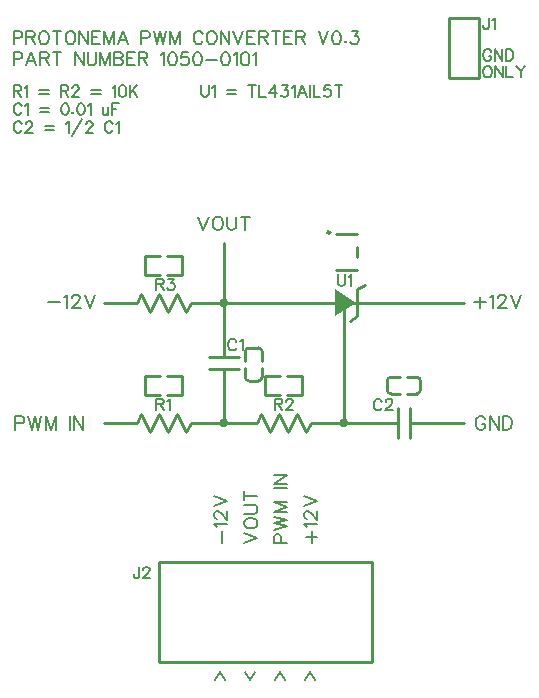
<source format=gto>
G04 Layer: TopSilkscreenLayer*
G04 EasyEDA v6.5.32, 2023-07-25 14:04:49*
G04 c9cfb0145de049638fc0d3ee16389aac,5a6b42c53f6a479593ecc07194224c93,10*
G04 Gerber Generator version 0.2*
G04 Scale: 100 percent, Rotated: No, Reflected: No *
G04 Dimensions in millimeters *
G04 leading zeros omitted , absolute positions ,4 integer and 5 decimal *
%FSLAX45Y45*%
%MOMM*%

%ADD10C,0.1524*%
%ADD11C,0.2540*%

%LPD*%
D10*
X762000Y5423915D02*
G01*
X762000Y5314950D01*
X762000Y5423915D02*
G01*
X808736Y5423915D01*
X824229Y5418836D01*
X829563Y5413502D01*
X834644Y5403087D01*
X834644Y5387594D01*
X829563Y5377179D01*
X824229Y5372100D01*
X808736Y5366765D01*
X762000Y5366765D01*
X910589Y5423915D02*
G01*
X868934Y5314950D01*
X910589Y5423915D02*
G01*
X952245Y5314950D01*
X884681Y5351271D02*
G01*
X936497Y5351271D01*
X986536Y5423915D02*
G01*
X986536Y5314950D01*
X986536Y5423915D02*
G01*
X1033271Y5423915D01*
X1048765Y5418836D01*
X1054100Y5413502D01*
X1059179Y5403087D01*
X1059179Y5392673D01*
X1054100Y5382260D01*
X1048765Y5377179D01*
X1033271Y5372100D01*
X986536Y5372100D01*
X1022857Y5372100D02*
G01*
X1059179Y5314950D01*
X1129792Y5423915D02*
G01*
X1129792Y5314950D01*
X1093470Y5423915D02*
G01*
X1166113Y5423915D01*
X1280413Y5423915D02*
G01*
X1280413Y5314950D01*
X1280413Y5423915D02*
G01*
X1353312Y5314950D01*
X1353312Y5423915D02*
G01*
X1353312Y5314950D01*
X1387602Y5423915D02*
G01*
X1387602Y5345937D01*
X1392681Y5330444D01*
X1403095Y5320029D01*
X1418589Y5314950D01*
X1429004Y5314950D01*
X1444752Y5320029D01*
X1455165Y5330444D01*
X1460245Y5345937D01*
X1460245Y5423915D01*
X1494536Y5423915D02*
G01*
X1494536Y5314950D01*
X1494536Y5423915D02*
G01*
X1536192Y5314950D01*
X1577594Y5423915D02*
G01*
X1536192Y5314950D01*
X1577594Y5423915D02*
G01*
X1577594Y5314950D01*
X1611884Y5423915D02*
G01*
X1611884Y5314950D01*
X1611884Y5423915D02*
G01*
X1658620Y5423915D01*
X1674368Y5418836D01*
X1679447Y5413502D01*
X1684781Y5403087D01*
X1684781Y5392673D01*
X1679447Y5382260D01*
X1674368Y5377179D01*
X1658620Y5372100D01*
X1611884Y5372100D02*
G01*
X1658620Y5372100D01*
X1674368Y5366765D01*
X1679447Y5361686D01*
X1684781Y5351271D01*
X1684781Y5335523D01*
X1679447Y5325110D01*
X1674368Y5320029D01*
X1658620Y5314950D01*
X1611884Y5314950D01*
X1719071Y5423915D02*
G01*
X1719071Y5314950D01*
X1719071Y5423915D02*
G01*
X1786636Y5423915D01*
X1719071Y5372100D02*
G01*
X1760473Y5372100D01*
X1719071Y5314950D02*
G01*
X1786636Y5314950D01*
X1820926Y5423915D02*
G01*
X1820926Y5314950D01*
X1820926Y5423915D02*
G01*
X1867662Y5423915D01*
X1883155Y5418836D01*
X1888489Y5413502D01*
X1893570Y5403087D01*
X1893570Y5392673D01*
X1888489Y5382260D01*
X1883155Y5377179D01*
X1867662Y5372100D01*
X1820926Y5372100D01*
X1857247Y5372100D02*
G01*
X1893570Y5314950D01*
X2007870Y5403087D02*
G01*
X2018284Y5408421D01*
X2033777Y5423915D01*
X2033777Y5314950D01*
X2099309Y5423915D02*
G01*
X2083815Y5418836D01*
X2073402Y5403087D01*
X2068068Y5377179D01*
X2068068Y5361686D01*
X2073402Y5335523D01*
X2083815Y5320029D01*
X2099309Y5314950D01*
X2109724Y5314950D01*
X2125218Y5320029D01*
X2135631Y5335523D01*
X2140965Y5361686D01*
X2140965Y5377179D01*
X2135631Y5403087D01*
X2125218Y5418836D01*
X2109724Y5423915D01*
X2099309Y5423915D01*
X2237486Y5423915D02*
G01*
X2185670Y5423915D01*
X2180336Y5377179D01*
X2185670Y5382260D01*
X2201163Y5387594D01*
X2216658Y5387594D01*
X2232406Y5382260D01*
X2242820Y5372100D01*
X2247900Y5356352D01*
X2247900Y5345937D01*
X2242820Y5330444D01*
X2232406Y5320029D01*
X2216658Y5314950D01*
X2201163Y5314950D01*
X2185670Y5320029D01*
X2180336Y5325110D01*
X2175256Y5335523D01*
X2313431Y5423915D02*
G01*
X2297684Y5418836D01*
X2287270Y5403087D01*
X2282190Y5377179D01*
X2282190Y5361686D01*
X2287270Y5335523D01*
X2297684Y5320029D01*
X2313431Y5314950D01*
X2323845Y5314950D01*
X2339340Y5320029D01*
X2349754Y5335523D01*
X2354834Y5361686D01*
X2354834Y5377179D01*
X2349754Y5403087D01*
X2339340Y5418836D01*
X2323845Y5423915D01*
X2313431Y5423915D01*
X2389124Y5361686D02*
G01*
X2482850Y5361686D01*
X2548127Y5423915D02*
G01*
X2532634Y5418836D01*
X2522220Y5403087D01*
X2517140Y5377179D01*
X2517140Y5361686D01*
X2522220Y5335523D01*
X2532634Y5320029D01*
X2548127Y5314950D01*
X2558541Y5314950D01*
X2574290Y5320029D01*
X2584450Y5335523D01*
X2589784Y5361686D01*
X2589784Y5377179D01*
X2584450Y5403087D01*
X2574290Y5418836D01*
X2558541Y5423915D01*
X2548127Y5423915D01*
X2624074Y5403087D02*
G01*
X2634488Y5408421D01*
X2649981Y5423915D01*
X2649981Y5314950D01*
X2715513Y5423915D02*
G01*
X2700020Y5418836D01*
X2689606Y5403087D01*
X2684272Y5377179D01*
X2684272Y5361686D01*
X2689606Y5335523D01*
X2700020Y5320029D01*
X2715513Y5314950D01*
X2725927Y5314950D01*
X2741422Y5320029D01*
X2751836Y5335523D01*
X2757170Y5361686D01*
X2757170Y5377179D01*
X2751836Y5403087D01*
X2741422Y5418836D01*
X2725927Y5423915D01*
X2715513Y5423915D01*
X2791459Y5403087D02*
G01*
X2801620Y5408421D01*
X2817368Y5423915D01*
X2817368Y5314950D01*
X762000Y5601715D02*
G01*
X762000Y5492750D01*
X762000Y5601715D02*
G01*
X808736Y5601715D01*
X824229Y5596636D01*
X829563Y5591302D01*
X834644Y5580887D01*
X834644Y5565394D01*
X829563Y5554979D01*
X824229Y5549900D01*
X808736Y5544565D01*
X762000Y5544565D01*
X868934Y5601715D02*
G01*
X868934Y5492750D01*
X868934Y5601715D02*
G01*
X915670Y5601715D01*
X931418Y5596636D01*
X936497Y5591302D01*
X941831Y5580887D01*
X941831Y5570473D01*
X936497Y5560060D01*
X931418Y5554979D01*
X915670Y5549900D01*
X868934Y5549900D01*
X905510Y5549900D02*
G01*
X941831Y5492750D01*
X1007110Y5601715D02*
G01*
X996950Y5596636D01*
X986536Y5586221D01*
X981202Y5575807D01*
X976121Y5560060D01*
X976121Y5534152D01*
X981202Y5518657D01*
X986536Y5508244D01*
X996950Y5497829D01*
X1007110Y5492750D01*
X1027937Y5492750D01*
X1038352Y5497829D01*
X1048765Y5508244D01*
X1054100Y5518657D01*
X1059179Y5534152D01*
X1059179Y5560060D01*
X1054100Y5575807D01*
X1048765Y5586221D01*
X1038352Y5596636D01*
X1027937Y5601715D01*
X1007110Y5601715D01*
X1129792Y5601715D02*
G01*
X1129792Y5492750D01*
X1093470Y5601715D02*
G01*
X1166113Y5601715D01*
X1231645Y5601715D02*
G01*
X1221231Y5596636D01*
X1210818Y5586221D01*
X1205737Y5575807D01*
X1200404Y5560060D01*
X1200404Y5534152D01*
X1205737Y5518657D01*
X1210818Y5508244D01*
X1221231Y5497829D01*
X1231645Y5492750D01*
X1252473Y5492750D01*
X1262887Y5497829D01*
X1273302Y5508244D01*
X1278381Y5518657D01*
X1283715Y5534152D01*
X1283715Y5560060D01*
X1278381Y5575807D01*
X1273302Y5586221D01*
X1262887Y5596636D01*
X1252473Y5601715D01*
X1231645Y5601715D01*
X1318005Y5601715D02*
G01*
X1318005Y5492750D01*
X1318005Y5601715D02*
G01*
X1390650Y5492750D01*
X1390650Y5601715D02*
G01*
X1390650Y5492750D01*
X1424939Y5601715D02*
G01*
X1424939Y5492750D01*
X1424939Y5601715D02*
G01*
X1492504Y5601715D01*
X1424939Y5549900D02*
G01*
X1466595Y5549900D01*
X1424939Y5492750D02*
G01*
X1492504Y5492750D01*
X1526794Y5601715D02*
G01*
X1526794Y5492750D01*
X1526794Y5601715D02*
G01*
X1568450Y5492750D01*
X1609852Y5601715D02*
G01*
X1568450Y5492750D01*
X1609852Y5601715D02*
G01*
X1609852Y5492750D01*
X1685797Y5601715D02*
G01*
X1644142Y5492750D01*
X1685797Y5601715D02*
G01*
X1727200Y5492750D01*
X1659889Y5529071D02*
G01*
X1711705Y5529071D01*
X1841500Y5601715D02*
G01*
X1841500Y5492750D01*
X1841500Y5601715D02*
G01*
X1888489Y5601715D01*
X1903984Y5596636D01*
X1909063Y5591302D01*
X1914397Y5580887D01*
X1914397Y5565394D01*
X1909063Y5554979D01*
X1903984Y5549900D01*
X1888489Y5544565D01*
X1841500Y5544565D01*
X1948688Y5601715D02*
G01*
X1974595Y5492750D01*
X2000504Y5601715D02*
G01*
X1974595Y5492750D01*
X2000504Y5601715D02*
G01*
X2026665Y5492750D01*
X2052574Y5601715D02*
G01*
X2026665Y5492750D01*
X2086863Y5601715D02*
G01*
X2086863Y5492750D01*
X2086863Y5601715D02*
G01*
X2128520Y5492750D01*
X2169922Y5601715D02*
G01*
X2128520Y5492750D01*
X2169922Y5601715D02*
G01*
X2169922Y5492750D01*
X2362200Y5575807D02*
G01*
X2357120Y5586221D01*
X2346706Y5596636D01*
X2336291Y5601715D01*
X2315463Y5601715D01*
X2305050Y5596636D01*
X2294636Y5586221D01*
X2289556Y5575807D01*
X2284222Y5560060D01*
X2284222Y5534152D01*
X2289556Y5518657D01*
X2294636Y5508244D01*
X2305050Y5497829D01*
X2315463Y5492750D01*
X2336291Y5492750D01*
X2346706Y5497829D01*
X2357120Y5508244D01*
X2362200Y5518657D01*
X2427731Y5601715D02*
G01*
X2417318Y5596636D01*
X2406904Y5586221D01*
X2401570Y5575807D01*
X2396490Y5560060D01*
X2396490Y5534152D01*
X2401570Y5518657D01*
X2406904Y5508244D01*
X2417318Y5497829D01*
X2427731Y5492750D01*
X2448559Y5492750D01*
X2458720Y5497829D01*
X2469134Y5508244D01*
X2474468Y5518657D01*
X2479547Y5534152D01*
X2479547Y5560060D01*
X2474468Y5575807D01*
X2469134Y5586221D01*
X2458720Y5596636D01*
X2448559Y5601715D01*
X2427731Y5601715D01*
X2513838Y5601715D02*
G01*
X2513838Y5492750D01*
X2513838Y5601715D02*
G01*
X2586736Y5492750D01*
X2586736Y5601715D02*
G01*
X2586736Y5492750D01*
X2621025Y5601715D02*
G01*
X2662427Y5492750D01*
X2704084Y5601715D02*
G01*
X2662427Y5492750D01*
X2738374Y5601715D02*
G01*
X2738374Y5492750D01*
X2738374Y5601715D02*
G01*
X2805938Y5601715D01*
X2738374Y5549900D02*
G01*
X2780029Y5549900D01*
X2738374Y5492750D02*
G01*
X2805938Y5492750D01*
X2840227Y5601715D02*
G01*
X2840227Y5492750D01*
X2840227Y5601715D02*
G01*
X2886963Y5601715D01*
X2902458Y5596636D01*
X2907791Y5591302D01*
X2912872Y5580887D01*
X2912872Y5570473D01*
X2907791Y5560060D01*
X2902458Y5554979D01*
X2886963Y5549900D01*
X2840227Y5549900D01*
X2876550Y5549900D02*
G01*
X2912872Y5492750D01*
X2983484Y5601715D02*
G01*
X2983484Y5492750D01*
X2947161Y5601715D02*
G01*
X3020059Y5601715D01*
X3054350Y5601715D02*
G01*
X3054350Y5492750D01*
X3054350Y5601715D02*
G01*
X3121659Y5601715D01*
X3054350Y5549900D02*
G01*
X3095752Y5549900D01*
X3054350Y5492750D02*
G01*
X3121659Y5492750D01*
X3155950Y5601715D02*
G01*
X3155950Y5492750D01*
X3155950Y5601715D02*
G01*
X3202940Y5601715D01*
X3218434Y5596636D01*
X3223513Y5591302D01*
X3228847Y5580887D01*
X3228847Y5570473D01*
X3223513Y5560060D01*
X3218434Y5554979D01*
X3202940Y5549900D01*
X3155950Y5549900D01*
X3192525Y5549900D02*
G01*
X3228847Y5492750D01*
X3343147Y5601715D02*
G01*
X3384550Y5492750D01*
X3426206Y5601715D02*
G01*
X3384550Y5492750D01*
X3491738Y5601715D02*
G01*
X3475990Y5596636D01*
X3465829Y5580887D01*
X3460495Y5554979D01*
X3460495Y5539486D01*
X3465829Y5513323D01*
X3475990Y5497829D01*
X3491738Y5492750D01*
X3502152Y5492750D01*
X3517645Y5497829D01*
X3528059Y5513323D01*
X3533140Y5539486D01*
X3533140Y5554979D01*
X3528059Y5580887D01*
X3517645Y5596636D01*
X3502152Y5601715D01*
X3491738Y5601715D01*
X3572763Y5518657D02*
G01*
X3567429Y5513323D01*
X3572763Y5508244D01*
X3577843Y5513323D01*
X3572763Y5518657D01*
X3622547Y5601715D02*
G01*
X3679697Y5601715D01*
X3648709Y5560060D01*
X3664204Y5560060D01*
X3674618Y5554979D01*
X3679697Y5549900D01*
X3685031Y5534152D01*
X3685031Y5523737D01*
X3679697Y5508244D01*
X3669284Y5497829D01*
X3653790Y5492750D01*
X3638295Y5492750D01*
X3622547Y5497829D01*
X3617468Y5502910D01*
X3612134Y5513323D01*
X774700Y2343660D02*
G01*
X774700Y2229106D01*
X774700Y2343660D02*
G01*
X823721Y2343660D01*
X840231Y2338072D01*
X845565Y2332738D01*
X851154Y2321816D01*
X851154Y2305306D01*
X845565Y2294384D01*
X840231Y2289050D01*
X823721Y2283716D01*
X774700Y2283716D01*
X886968Y2343660D02*
G01*
X914400Y2229106D01*
X941578Y2343660D02*
G01*
X914400Y2229106D01*
X941578Y2343660D02*
G01*
X968755Y2229106D01*
X996187Y2343660D02*
G01*
X968755Y2229106D01*
X1032255Y2343660D02*
G01*
X1032255Y2229106D01*
X1032255Y2343660D02*
G01*
X1075689Y2229106D01*
X1119378Y2343660D02*
G01*
X1075689Y2229106D01*
X1119378Y2343660D02*
G01*
X1119378Y2229106D01*
X1239520Y2343660D02*
G01*
X1239520Y2229106D01*
X1275334Y2343660D02*
G01*
X1275334Y2229106D01*
X1275334Y2343660D02*
G01*
X1351787Y2229106D01*
X1351787Y2343660D02*
G01*
X1351787Y2229106D01*
X1054100Y3306752D02*
G01*
X1152397Y3306752D01*
X1188212Y3350440D02*
G01*
X1199134Y3355774D01*
X1215644Y3372284D01*
X1215644Y3257730D01*
X1257045Y3344852D02*
G01*
X1257045Y3350440D01*
X1262379Y3361362D01*
X1267968Y3366696D01*
X1278889Y3372284D01*
X1300734Y3372284D01*
X1311655Y3366696D01*
X1316989Y3361362D01*
X1322578Y3350440D01*
X1322578Y3339518D01*
X1316989Y3328596D01*
X1306068Y3312340D01*
X1251457Y3257730D01*
X1327912Y3257730D01*
X1363979Y3372284D02*
G01*
X1407668Y3257730D01*
X1451102Y3372284D02*
G01*
X1407668Y3257730D01*
X4709922Y3355774D02*
G01*
X4709922Y3257730D01*
X4660900Y3306752D02*
G01*
X4759197Y3306752D01*
X4795011Y3350440D02*
G01*
X4805934Y3355774D01*
X4822443Y3372284D01*
X4822443Y3257730D01*
X4863845Y3344852D02*
G01*
X4863845Y3350440D01*
X4869179Y3361362D01*
X4874768Y3366696D01*
X4885690Y3372284D01*
X4907534Y3372284D01*
X4918456Y3366696D01*
X4923790Y3361362D01*
X4929377Y3350440D01*
X4929377Y3339518D01*
X4923790Y3328596D01*
X4912868Y3312340D01*
X4858258Y3257730D01*
X4934711Y3257730D01*
X4970779Y3372284D02*
G01*
X5014468Y3257730D01*
X5057902Y3372284D02*
G01*
X5014468Y3257730D01*
X4755388Y2316152D02*
G01*
X4750054Y2327074D01*
X4739131Y2337996D01*
X4728209Y2343584D01*
X4706365Y2343584D01*
X4695443Y2337996D01*
X4684522Y2327074D01*
X4678934Y2316152D01*
X4673600Y2299896D01*
X4673600Y2272718D01*
X4678934Y2256208D01*
X4684522Y2245286D01*
X4695443Y2234364D01*
X4706365Y2229030D01*
X4728209Y2229030D01*
X4739131Y2234364D01*
X4750054Y2245286D01*
X4755388Y2256208D01*
X4755388Y2272718D01*
X4728209Y2272718D02*
G01*
X4755388Y2272718D01*
X4791456Y2343584D02*
G01*
X4791456Y2229030D01*
X4791456Y2343584D02*
G01*
X4867656Y2229030D01*
X4867656Y2343584D02*
G01*
X4867656Y2229030D01*
X4903724Y2343584D02*
G01*
X4903724Y2229030D01*
X4903724Y2343584D02*
G01*
X4942077Y2343584D01*
X4958334Y2337996D01*
X4969256Y2327074D01*
X4974590Y2316152D01*
X4980177Y2299896D01*
X4980177Y2272718D01*
X4974590Y2256208D01*
X4969256Y2245286D01*
X4958334Y2234364D01*
X4942077Y2229030D01*
X4903724Y2229030D01*
X2324100Y4032684D02*
G01*
X2367788Y3918130D01*
X2411475Y4032684D02*
G01*
X2367788Y3918130D01*
X2480056Y4032684D02*
G01*
X2469134Y4027096D01*
X2458211Y4016174D01*
X2452877Y4005252D01*
X2447290Y3988996D01*
X2447290Y3961818D01*
X2452877Y3945308D01*
X2458211Y3934386D01*
X2469134Y3923464D01*
X2480056Y3918130D01*
X2501900Y3918130D01*
X2512822Y3923464D01*
X2523743Y3934386D01*
X2529077Y3945308D01*
X2534665Y3961818D01*
X2534665Y3988996D01*
X2529077Y4005252D01*
X2523743Y4016174D01*
X2512822Y4027096D01*
X2501900Y4032684D01*
X2480056Y4032684D01*
X2570734Y4032684D02*
G01*
X2570734Y3950896D01*
X2576068Y3934386D01*
X2586990Y3923464D01*
X2603245Y3918130D01*
X2614168Y3918130D01*
X2630677Y3923464D01*
X2641600Y3934386D01*
X2646934Y3950896D01*
X2646934Y4032684D01*
X2721102Y4032684D02*
G01*
X2721102Y3918130D01*
X2683002Y4032684D02*
G01*
X2759456Y4032684D01*
X2710941Y1270000D02*
G01*
X2825495Y1313687D01*
X2710941Y1357376D02*
G01*
X2825495Y1313687D01*
X2710941Y1425955D02*
G01*
X2716529Y1415034D01*
X2727452Y1404112D01*
X2738374Y1398778D01*
X2754629Y1393189D01*
X2781808Y1393189D01*
X2798318Y1398778D01*
X2809240Y1404112D01*
X2820161Y1415034D01*
X2825495Y1425955D01*
X2825495Y1447800D01*
X2820161Y1458721D01*
X2809240Y1469644D01*
X2798318Y1474978D01*
X2781808Y1480565D01*
X2754629Y1480565D01*
X2738374Y1474978D01*
X2727452Y1469644D01*
X2716529Y1458721D01*
X2710941Y1447800D01*
X2710941Y1425955D01*
X2710941Y1516634D02*
G01*
X2792729Y1516634D01*
X2809240Y1521968D01*
X2820161Y1532889D01*
X2825495Y1549145D01*
X2825495Y1560068D01*
X2820161Y1576578D01*
X2809240Y1587500D01*
X2792729Y1592834D01*
X2710941Y1592834D01*
X2710941Y1667002D02*
G01*
X2825495Y1667002D01*
X2710941Y1628902D02*
G01*
X2710941Y1705355D01*
X2964941Y1270000D02*
G01*
X3079495Y1270000D01*
X2964941Y1270000D02*
G01*
X2964941Y1319021D01*
X2970529Y1335531D01*
X2975863Y1340865D01*
X2986786Y1346454D01*
X3003295Y1346454D01*
X3014218Y1340865D01*
X3019552Y1335531D01*
X3024886Y1319021D01*
X3024886Y1270000D01*
X2964941Y1382268D02*
G01*
X3079495Y1409700D01*
X2964941Y1436878D02*
G01*
X3079495Y1409700D01*
X2964941Y1436878D02*
G01*
X3079495Y1464055D01*
X2964941Y1491487D02*
G01*
X3079495Y1464055D01*
X2964941Y1527555D02*
G01*
X3079495Y1527555D01*
X2964941Y1527555D02*
G01*
X3079495Y1570989D01*
X2964941Y1614678D02*
G01*
X3079495Y1570989D01*
X2964941Y1614678D02*
G01*
X3079495Y1614678D01*
X2964941Y1734820D02*
G01*
X3079495Y1734820D01*
X2964941Y1770634D02*
G01*
X3079495Y1770634D01*
X2964941Y1770634D02*
G01*
X3079495Y1847087D01*
X2964941Y1847087D02*
G01*
X3079495Y1847087D01*
X2522474Y1270000D02*
G01*
X2522474Y1368297D01*
X2478786Y1404112D02*
G01*
X2473452Y1415034D01*
X2456941Y1431544D01*
X2571495Y1431544D01*
X2484374Y1472945D02*
G01*
X2478786Y1472945D01*
X2467863Y1478279D01*
X2462529Y1483868D01*
X2456941Y1494789D01*
X2456941Y1516634D01*
X2462529Y1527555D01*
X2467863Y1532889D01*
X2478786Y1538478D01*
X2489708Y1538478D01*
X2500629Y1532889D01*
X2516886Y1521968D01*
X2571495Y1467357D01*
X2571495Y1543812D01*
X2456941Y1579879D02*
G01*
X2571495Y1623568D01*
X2456941Y1667002D02*
G01*
X2571495Y1623568D01*
X3235452Y1319021D02*
G01*
X3333495Y1319021D01*
X3284474Y1270000D02*
G01*
X3284474Y1368297D01*
X3240786Y1404112D02*
G01*
X3235452Y1415034D01*
X3218941Y1431544D01*
X3333495Y1431544D01*
X3246374Y1472945D02*
G01*
X3240786Y1472945D01*
X3229863Y1478279D01*
X3224529Y1483868D01*
X3218941Y1494789D01*
X3218941Y1516634D01*
X3224529Y1527555D01*
X3229863Y1532889D01*
X3240786Y1538478D01*
X3251708Y1538478D01*
X3262629Y1532889D01*
X3278886Y1521968D01*
X3333495Y1467357D01*
X3333495Y1543812D01*
X3218941Y1579879D02*
G01*
X3333495Y1623568D01*
X3218941Y1667002D02*
G01*
X3333495Y1623568D01*
X1823465Y1066037D02*
G01*
X1823465Y993394D01*
X1818894Y979678D01*
X1814321Y975105D01*
X1805178Y970534D01*
X1796287Y970534D01*
X1787144Y975105D01*
X1782571Y979678D01*
X1778000Y993394D01*
X1778000Y1002537D01*
X1858010Y1043431D02*
G01*
X1858010Y1048004D01*
X1862581Y1056894D01*
X1867154Y1061465D01*
X1876297Y1066037D01*
X1894331Y1066037D01*
X1903476Y1061465D01*
X1908047Y1056894D01*
X1912620Y1048004D01*
X1912620Y1038860D01*
X1908047Y1029715D01*
X1898904Y1016000D01*
X1853437Y970534D01*
X1917192Y970534D01*
X762000Y5142737D02*
G01*
X762000Y5047234D01*
X762000Y5142737D02*
G01*
X802894Y5142737D01*
X816610Y5138165D01*
X821181Y5133594D01*
X825754Y5124704D01*
X825754Y5115560D01*
X821181Y5106415D01*
X816610Y5101844D01*
X802894Y5097271D01*
X762000Y5097271D01*
X793750Y5097271D02*
G01*
X825754Y5047234D01*
X855726Y5124704D02*
G01*
X864615Y5129276D01*
X878331Y5142737D01*
X878331Y5047234D01*
X978407Y5101844D02*
G01*
X1060195Y5101844D01*
X978407Y5074665D02*
G01*
X1060195Y5074665D01*
X1160271Y5142737D02*
G01*
X1160271Y5047234D01*
X1160271Y5142737D02*
G01*
X1201165Y5142737D01*
X1214628Y5138165D01*
X1219200Y5133594D01*
X1223771Y5124704D01*
X1223771Y5115560D01*
X1219200Y5106415D01*
X1214628Y5101844D01*
X1201165Y5097271D01*
X1160271Y5097271D01*
X1192021Y5097271D02*
G01*
X1223771Y5047234D01*
X1258315Y5120131D02*
G01*
X1258315Y5124704D01*
X1262887Y5133594D01*
X1267460Y5138165D01*
X1276604Y5142737D01*
X1294637Y5142737D01*
X1303781Y5138165D01*
X1308354Y5133594D01*
X1312926Y5124704D01*
X1312926Y5115560D01*
X1308354Y5106415D01*
X1299210Y5092700D01*
X1253744Y5047234D01*
X1317497Y5047234D01*
X1417573Y5101844D02*
G01*
X1499362Y5101844D01*
X1417573Y5074665D02*
G01*
X1499362Y5074665D01*
X1599184Y5124704D02*
G01*
X1608328Y5129276D01*
X1622044Y5142737D01*
X1622044Y5047234D01*
X1679194Y5142737D02*
G01*
X1665731Y5138165D01*
X1656587Y5124704D01*
X1652015Y5101844D01*
X1652015Y5088381D01*
X1656587Y5065521D01*
X1665731Y5051805D01*
X1679194Y5047234D01*
X1688337Y5047234D01*
X1702054Y5051805D01*
X1711197Y5065521D01*
X1715515Y5088381D01*
X1715515Y5101844D01*
X1711197Y5124704D01*
X1702054Y5138165D01*
X1688337Y5142737D01*
X1679194Y5142737D01*
X1745742Y5142737D02*
G01*
X1745742Y5047234D01*
X1809242Y5142737D02*
G01*
X1745742Y5079237D01*
X1768347Y5101844D02*
G01*
X1809242Y5047234D01*
X830071Y4967731D02*
G01*
X825754Y4976876D01*
X816610Y4985765D01*
X807465Y4990337D01*
X789178Y4990337D01*
X780287Y4985765D01*
X771144Y4976876D01*
X766571Y4967731D01*
X762000Y4954015D01*
X762000Y4931410D01*
X766571Y4917694D01*
X771144Y4908550D01*
X780287Y4899405D01*
X789178Y4894834D01*
X807465Y4894834D01*
X816610Y4899405D01*
X825754Y4908550D01*
X830071Y4917694D01*
X860297Y4972304D02*
G01*
X869187Y4976876D01*
X882904Y4990337D01*
X882904Y4894834D01*
X982979Y4949444D02*
G01*
X1064768Y4949444D01*
X982979Y4922265D02*
G01*
X1064768Y4922265D01*
X1192021Y4990337D02*
G01*
X1178305Y4985765D01*
X1169162Y4972304D01*
X1164844Y4949444D01*
X1164844Y4935981D01*
X1169162Y4913121D01*
X1178305Y4899405D01*
X1192021Y4894834D01*
X1201165Y4894834D01*
X1214628Y4899405D01*
X1223771Y4913121D01*
X1228344Y4935981D01*
X1228344Y4949444D01*
X1223771Y4972304D01*
X1214628Y4985765D01*
X1201165Y4990337D01*
X1192021Y4990337D01*
X1262887Y4917694D02*
G01*
X1258315Y4913121D01*
X1262887Y4908550D01*
X1267460Y4913121D01*
X1262887Y4917694D01*
X1324610Y4990337D02*
G01*
X1311147Y4985765D01*
X1302004Y4972304D01*
X1297431Y4949444D01*
X1297431Y4935981D01*
X1302004Y4913121D01*
X1311147Y4899405D01*
X1324610Y4894834D01*
X1333754Y4894834D01*
X1347470Y4899405D01*
X1356613Y4913121D01*
X1361186Y4935981D01*
X1361186Y4949444D01*
X1356613Y4972304D01*
X1347470Y4985765D01*
X1333754Y4990337D01*
X1324610Y4990337D01*
X1391157Y4972304D02*
G01*
X1400302Y4976876D01*
X1413763Y4990337D01*
X1413763Y4894834D01*
X1513839Y4958587D02*
G01*
X1513839Y4913121D01*
X1518412Y4899405D01*
X1527555Y4894834D01*
X1541018Y4894834D01*
X1550162Y4899405D01*
X1563878Y4913121D01*
X1563878Y4958587D02*
G01*
X1563878Y4894834D01*
X1593850Y4990337D02*
G01*
X1593850Y4894834D01*
X1593850Y4990337D02*
G01*
X1653031Y4990337D01*
X1593850Y4944871D02*
G01*
X1630171Y4944871D01*
X830071Y4815331D02*
G01*
X825754Y4824476D01*
X816610Y4833365D01*
X807465Y4837937D01*
X789178Y4837937D01*
X780287Y4833365D01*
X771144Y4824476D01*
X766571Y4815331D01*
X762000Y4801615D01*
X762000Y4779010D01*
X766571Y4765294D01*
X771144Y4756150D01*
X780287Y4747005D01*
X789178Y4742434D01*
X807465Y4742434D01*
X816610Y4747005D01*
X825754Y4756150D01*
X830071Y4765294D01*
X864615Y4815331D02*
G01*
X864615Y4819904D01*
X869187Y4828794D01*
X873760Y4833365D01*
X882904Y4837937D01*
X901192Y4837937D01*
X910081Y4833365D01*
X914654Y4828794D01*
X919226Y4819904D01*
X919226Y4810760D01*
X914654Y4801615D01*
X905510Y4787900D01*
X860297Y4742434D01*
X923797Y4742434D01*
X1023873Y4797044D02*
G01*
X1105662Y4797044D01*
X1023873Y4769865D02*
G01*
X1105662Y4769865D01*
X1205737Y4819904D02*
G01*
X1214628Y4824476D01*
X1228344Y4837937D01*
X1228344Y4742434D01*
X1340104Y4856226D02*
G01*
X1258315Y4710684D01*
X1374647Y4815331D02*
G01*
X1374647Y4819904D01*
X1379220Y4828794D01*
X1383792Y4833365D01*
X1392936Y4837937D01*
X1410970Y4837937D01*
X1420113Y4833365D01*
X1424686Y4828794D01*
X1429257Y4819904D01*
X1429257Y4810760D01*
X1424686Y4801615D01*
X1415542Y4787900D01*
X1370076Y4742434D01*
X1433829Y4742434D01*
X1601978Y4815331D02*
G01*
X1597405Y4824476D01*
X1588262Y4833365D01*
X1579371Y4837937D01*
X1561084Y4837937D01*
X1551939Y4833365D01*
X1542795Y4824476D01*
X1538478Y4815331D01*
X1533905Y4801615D01*
X1533905Y4779010D01*
X1538478Y4765294D01*
X1542795Y4756150D01*
X1551939Y4747005D01*
X1561084Y4742434D01*
X1579371Y4742434D01*
X1588262Y4747005D01*
X1597405Y4756150D01*
X1601978Y4765294D01*
X1631950Y4819904D02*
G01*
X1641094Y4824476D01*
X1654810Y4837937D01*
X1654810Y4742434D01*
X2349500Y5142737D02*
G01*
X2349500Y5074665D01*
X2354072Y5060950D01*
X2363215Y5051805D01*
X2376677Y5047234D01*
X2385822Y5047234D01*
X2399538Y5051805D01*
X2408681Y5060950D01*
X2413254Y5074665D01*
X2413254Y5142737D01*
X2443225Y5124704D02*
G01*
X2452115Y5129276D01*
X2465831Y5142737D01*
X2465831Y5047234D01*
X2565908Y5101844D02*
G01*
X2647695Y5101844D01*
X2565908Y5074665D02*
G01*
X2647695Y5074665D01*
X2779522Y5142737D02*
G01*
X2779522Y5047234D01*
X2747772Y5142737D02*
G01*
X2811272Y5142737D01*
X2841243Y5142737D02*
G01*
X2841243Y5047234D01*
X2841243Y5047234D02*
G01*
X2895854Y5047234D01*
X2971291Y5142737D02*
G01*
X2925825Y5079237D01*
X2994152Y5079237D01*
X2971291Y5142737D02*
G01*
X2971291Y5047234D01*
X3033013Y5142737D02*
G01*
X3083052Y5142737D01*
X3055874Y5106415D01*
X3069590Y5106415D01*
X3078479Y5101844D01*
X3083052Y5097271D01*
X3087624Y5083810D01*
X3087624Y5074665D01*
X3083052Y5060950D01*
X3074161Y5051805D01*
X3060445Y5047234D01*
X3046729Y5047234D01*
X3033013Y5051805D01*
X3028695Y5056378D01*
X3024124Y5065521D01*
X3117595Y5124704D02*
G01*
X3126740Y5129276D01*
X3140456Y5142737D01*
X3140456Y5047234D01*
X3206750Y5142737D02*
G01*
X3170427Y5047234D01*
X3206750Y5142737D02*
G01*
X3243072Y5047234D01*
X3184143Y5079237D02*
G01*
X3229609Y5079237D01*
X3273043Y5142737D02*
G01*
X3273043Y5047234D01*
X3303015Y5142737D02*
G01*
X3303015Y5047234D01*
X3303015Y5047234D02*
G01*
X3357625Y5047234D01*
X3442208Y5142737D02*
G01*
X3396741Y5142737D01*
X3392170Y5101844D01*
X3396741Y5106415D01*
X3410458Y5110987D01*
X3423920Y5110987D01*
X3437636Y5106415D01*
X3446779Y5097271D01*
X3451352Y5083810D01*
X3451352Y5074665D01*
X3446779Y5060950D01*
X3437636Y5051805D01*
X3423920Y5047234D01*
X3410458Y5047234D01*
X3396741Y5051805D01*
X3392170Y5056378D01*
X3387597Y5065521D01*
X3513074Y5142737D02*
G01*
X3513074Y5047234D01*
X3481324Y5142737D02*
G01*
X3545077Y5142737D01*
X2551160Y105008D02*
G01*
X2510266Y177906D01*
X2469372Y105008D01*
X3059160Y105008D02*
G01*
X3018266Y177906D01*
X2977372Y105008D01*
X3313160Y105008D02*
G01*
X3272266Y177906D01*
X3231372Y105008D01*
X2805186Y177830D02*
G01*
X2764292Y105186D01*
X2723398Y177830D01*
X4764277Y5307837D02*
G01*
X4755388Y5303265D01*
X4746243Y5294376D01*
X4741672Y5285231D01*
X4737100Y5271515D01*
X4737100Y5248910D01*
X4741672Y5235194D01*
X4746243Y5226050D01*
X4755388Y5216905D01*
X4764277Y5212334D01*
X4782565Y5212334D01*
X4791709Y5216905D01*
X4800854Y5226050D01*
X4805172Y5235194D01*
X4809743Y5248910D01*
X4809743Y5271515D01*
X4805172Y5285231D01*
X4800854Y5294376D01*
X4791709Y5303265D01*
X4782565Y5307837D01*
X4764277Y5307837D01*
X4839715Y5307837D02*
G01*
X4839715Y5212334D01*
X4839715Y5307837D02*
G01*
X4903470Y5212334D01*
X4903470Y5307837D02*
G01*
X4903470Y5212334D01*
X4933441Y5307837D02*
G01*
X4933441Y5212334D01*
X4933441Y5212334D02*
G01*
X4988052Y5212334D01*
X5018024Y5307837D02*
G01*
X5054345Y5262371D01*
X5054345Y5212334D01*
X5090668Y5307837D02*
G01*
X5054345Y5262371D01*
X4805172Y5424931D02*
G01*
X4800854Y5434076D01*
X4791709Y5442965D01*
X4782565Y5447537D01*
X4764277Y5447537D01*
X4755388Y5442965D01*
X4746243Y5434076D01*
X4741672Y5424931D01*
X4737100Y5411215D01*
X4737100Y5388610D01*
X4741672Y5374894D01*
X4746243Y5365750D01*
X4755388Y5356605D01*
X4764277Y5352034D01*
X4782565Y5352034D01*
X4791709Y5356605D01*
X4800854Y5365750D01*
X4805172Y5374894D01*
X4805172Y5388610D01*
X4782565Y5388610D02*
G01*
X4805172Y5388610D01*
X4835397Y5447537D02*
G01*
X4835397Y5352034D01*
X4835397Y5447537D02*
G01*
X4898897Y5352034D01*
X4898897Y5447537D02*
G01*
X4898897Y5352034D01*
X4928870Y5447537D02*
G01*
X4928870Y5352034D01*
X4928870Y5447537D02*
G01*
X4960620Y5447537D01*
X4974336Y5442965D01*
X4983479Y5434076D01*
X4988052Y5424931D01*
X4992624Y5411215D01*
X4992624Y5388610D01*
X4988052Y5374894D01*
X4983479Y5365750D01*
X4974336Y5356605D01*
X4960620Y5352034D01*
X4928870Y5352034D01*
X4782565Y5714237D02*
G01*
X4782565Y5641594D01*
X4777993Y5627878D01*
X4773422Y5623305D01*
X4764277Y5618734D01*
X4755388Y5618734D01*
X4746243Y5623305D01*
X4741672Y5627878D01*
X4737100Y5641594D01*
X4737100Y5650737D01*
X4812538Y5696204D02*
G01*
X4821681Y5700776D01*
X4835397Y5714237D01*
X4835397Y5618734D01*
X1968500Y2488440D02*
G01*
X1968500Y2392936D01*
X1968500Y2488440D02*
G01*
X2009393Y2488440D01*
X2023109Y2483868D01*
X2027681Y2479296D01*
X2032254Y2470406D01*
X2032254Y2461262D01*
X2027681Y2452118D01*
X2023109Y2447546D01*
X2009393Y2442974D01*
X1968500Y2442974D01*
X2000250Y2442974D02*
G01*
X2032254Y2392936D01*
X2062225Y2470406D02*
G01*
X2071115Y2474978D01*
X2084831Y2488440D01*
X2084831Y2392936D01*
X2971800Y2488440D02*
G01*
X2971800Y2392936D01*
X2971800Y2488440D02*
G01*
X3012693Y2488440D01*
X3026409Y2483868D01*
X3030981Y2479296D01*
X3035554Y2470406D01*
X3035554Y2461262D01*
X3030981Y2452118D01*
X3026409Y2447546D01*
X3012693Y2442974D01*
X2971800Y2442974D01*
X3003550Y2442974D02*
G01*
X3035554Y2392936D01*
X3070097Y2465834D02*
G01*
X3070097Y2470406D01*
X3074415Y2479296D01*
X3078988Y2483868D01*
X3088131Y2488440D01*
X3106420Y2488440D01*
X3115309Y2483868D01*
X3119881Y2479296D01*
X3124454Y2470406D01*
X3124454Y2461262D01*
X3119881Y2452118D01*
X3110991Y2438402D01*
X3065525Y2392936D01*
X3129025Y2392936D01*
X2646172Y2973908D02*
G01*
X2641854Y2983052D01*
X2632709Y2991942D01*
X2623565Y2996514D01*
X2605277Y2996514D01*
X2596388Y2991942D01*
X2587243Y2983052D01*
X2582672Y2973908D01*
X2578100Y2960192D01*
X2578100Y2937586D01*
X2582672Y2923870D01*
X2587243Y2914726D01*
X2596388Y2905582D01*
X2605277Y2901010D01*
X2623565Y2901010D01*
X2632709Y2905582D01*
X2641854Y2914726D01*
X2646172Y2923870D01*
X2676397Y2978480D02*
G01*
X2685288Y2983052D01*
X2699004Y2996514D01*
X2699004Y2901010D01*
X3878072Y2465834D02*
G01*
X3873754Y2474978D01*
X3864609Y2483868D01*
X3855465Y2488440D01*
X3837177Y2488440D01*
X3828288Y2483868D01*
X3819143Y2474978D01*
X3814572Y2465834D01*
X3810000Y2452118D01*
X3810000Y2429512D01*
X3814572Y2415796D01*
X3819143Y2406652D01*
X3828288Y2397508D01*
X3837177Y2392936D01*
X3855465Y2392936D01*
X3864609Y2397508D01*
X3873754Y2406652D01*
X3878072Y2415796D01*
X3912615Y2465834D02*
G01*
X3912615Y2470406D01*
X3917188Y2479296D01*
X3921759Y2483868D01*
X3930904Y2488440D01*
X3949191Y2488440D01*
X3958081Y2483868D01*
X3962654Y2479296D01*
X3967225Y2470406D01*
X3967225Y2461262D01*
X3962654Y2452118D01*
X3953509Y2438402D01*
X3908297Y2392936D01*
X3971797Y2392936D01*
X3505238Y3542515D02*
G01*
X3505238Y3474443D01*
X3509810Y3460727D01*
X3518954Y3451583D01*
X3532416Y3447265D01*
X3541560Y3447265D01*
X3555276Y3451583D01*
X3564166Y3460727D01*
X3568738Y3474443D01*
X3568738Y3542515D01*
X3598710Y3524481D02*
G01*
X3607854Y3529053D01*
X3621570Y3542515D01*
X3621570Y3447265D01*
X1968500Y3504440D02*
G01*
X1968500Y3408936D01*
X1968500Y3504440D02*
G01*
X2009393Y3504440D01*
X2023109Y3499868D01*
X2027681Y3495296D01*
X2032254Y3486406D01*
X2032254Y3477262D01*
X2027681Y3468118D01*
X2023109Y3463546D01*
X2009393Y3458974D01*
X1968500Y3458974D01*
X2000250Y3458974D02*
G01*
X2032254Y3408936D01*
X2071115Y3504440D02*
G01*
X2121154Y3504440D01*
X2093975Y3468118D01*
X2107691Y3468118D01*
X2116581Y3463546D01*
X2121154Y3458974D01*
X2125725Y3445512D01*
X2125725Y3436368D01*
X2121154Y3422652D01*
X2112009Y3413508D01*
X2098547Y3408936D01*
X2084831Y3408936D01*
X2071115Y3413508D01*
X2066797Y3418080D01*
X2062225Y3427224D01*
G36*
X3479800Y3416249D02*
G01*
X3479800Y3187649D01*
X3657600Y3301949D01*
G37*
D11*
X2540000Y2285926D02*
G01*
X2819400Y2285926D01*
X2857500Y2362126D01*
X2933700Y2209726D01*
X3009900Y2362126D01*
X3086100Y2209726D01*
X3162300Y2362126D01*
X3238500Y2209726D01*
X3276600Y2285926D01*
X3556000Y2285926D01*
X1524000Y2285926D02*
G01*
X1803400Y2285926D01*
X1841500Y2362126D01*
X1917700Y2209726D01*
X1993900Y2362126D01*
X2070100Y2209726D01*
X2146300Y2362126D01*
X2222500Y2209726D01*
X2260600Y2285926D01*
X2540000Y2285926D01*
X2540000Y3301926D02*
G01*
X2540000Y3809926D01*
X3556000Y2285926D02*
G01*
X4013200Y2285926D01*
X3556000Y2285926D02*
G01*
X3556000Y3301926D01*
X4114800Y2285926D02*
G01*
X4572000Y2285926D01*
X4114800Y2412926D02*
G01*
X4114800Y2158926D01*
X4013200Y2412926D02*
G01*
X4013200Y2158926D01*
X3556000Y3301926D02*
G01*
X4572000Y3301926D01*
X2540000Y3301926D02*
G01*
X3556000Y3301926D01*
X3733800Y3454326D02*
G01*
X3670300Y3416226D01*
X3670300Y3187626D01*
X3606800Y3149526D01*
X2540000Y3301926D02*
G01*
X2540000Y2844726D01*
X2540000Y2743126D02*
G01*
X2540000Y2285926D01*
X2667000Y2743126D02*
G01*
X2413000Y2743126D01*
X2667000Y2844726D02*
G01*
X2413000Y2844726D01*
X1524000Y3301926D02*
G01*
X1803400Y3301926D01*
X1841500Y3378126D01*
X1917700Y3225726D01*
X1993900Y3378126D01*
X2070100Y3225726D01*
X2146300Y3378126D01*
X2222500Y3225726D01*
X2260600Y3301926D01*
X2540000Y3301926D01*
X2187061Y2684012D02*
G01*
X2187061Y2524008D01*
X1877004Y2683502D02*
G01*
X1877004Y2523497D01*
X2062065Y2524008D02*
G01*
X2187061Y2524008D01*
X2062065Y2684012D02*
G01*
X2187061Y2684012D01*
X2002007Y2523497D02*
G01*
X1877004Y2523497D01*
X2002007Y2683502D02*
G01*
X1877004Y2683502D01*
X3203061Y2684012D02*
G01*
X3203061Y2524008D01*
X2893004Y2683502D02*
G01*
X2893004Y2523497D01*
X3078065Y2524008D02*
G01*
X3203061Y2524008D01*
X3078065Y2684012D02*
G01*
X3203061Y2684012D01*
X3018007Y2523497D02*
G01*
X2893004Y2523497D01*
X3018007Y2683502D02*
G01*
X2893004Y2683502D01*
X2754022Y2920301D02*
G01*
X2834025Y2920301D01*
X2723037Y2809326D02*
G01*
X2723037Y2889323D01*
X2865003Y2809326D02*
G01*
X2865003Y2889323D01*
X2722455Y2751736D02*
G01*
X2722455Y2671737D01*
X2753438Y2640754D02*
G01*
X2833436Y2640754D01*
X2864416Y2751736D02*
G01*
X2864416Y2671737D01*
X3924998Y2563522D02*
G01*
X3924998Y2643525D01*
X4035973Y2532537D02*
G01*
X3955976Y2532537D01*
X4035973Y2674503D02*
G01*
X3955976Y2674503D01*
X4093563Y2531955D02*
G01*
X4173562Y2531955D01*
X4204545Y2562938D02*
G01*
X4204545Y2642936D01*
X4093563Y2673916D02*
G01*
X4173562Y2673916D01*
X3671404Y3888806D02*
G01*
X3491402Y3888806D01*
X3671404Y3773807D02*
G01*
X3671404Y3693805D01*
X3671404Y3578804D02*
G01*
X3491402Y3578804D01*
X2187061Y3700012D02*
G01*
X2187061Y3540008D01*
X1877004Y3699502D02*
G01*
X1877004Y3539497D01*
X2062065Y3540008D02*
G01*
X2187061Y3540008D01*
X2062065Y3700012D02*
G01*
X2187061Y3700012D01*
X2002007Y3539497D02*
G01*
X1877004Y3539497D01*
X2002007Y3699502D02*
G01*
X1877004Y3699502D01*
G75*
G01*
X2753439Y2640749D02*
G02*
X2722456Y2671732I0J30983D01*
G75*
G01*
X2864422Y2671732D02*
G02*
X2833436Y2640749I-30983J0D01*
G75*
G01*
X2723037Y2889319D02*
G02*
X2754023Y2920301I30983J0D01*
G75*
G01*
X2834020Y2920301D02*
G02*
X2865003Y2889319I0J-30982D01*
G75*
G01*
X4204551Y2562939D02*
G02*
X4173568Y2531956I-30983J0D01*
G75*
G01*
X4173568Y2673922D02*
G02*
X4204551Y2642936I0J-30983D01*
G75*
G01*
X3955981Y2532537D02*
G02*
X3924999Y2563523I0J30983D01*
G75*
G01*
X3924999Y2643520D02*
G02*
X3955981Y2674503I30982J0D01*
G75*
G01
X2565400Y3301924D02*
G03X2565400Y3301924I-25400J0D01*
G75*
G01
X2565400Y2285924D02*
G03X2565400Y2285924I-25400J0D01*
G75*
G01
X3581400Y2285924D02*
G03X3581400Y2285924I-25400J0D01*
G75*
G01
X3441700Y3898900D02*
G03X3441700Y3898900I-12700J0D01*
X4445000Y5715000D02*
G01*
X4699000Y5715000D01*
X4699000Y5207000D01*
X4445000Y5207000D01*
X4445000Y5715000D01*
X1994890Y1110792D02*
G01*
X3794886Y1110792D01*
X3794886Y260781D01*
X1994890Y260781D01*
X1994890Y1110792D01*
M02*

</source>
